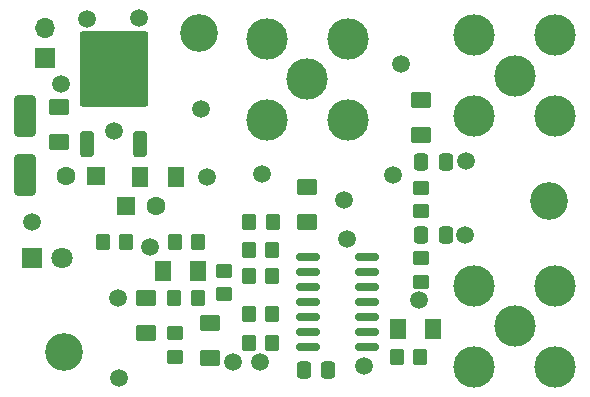
<source format=gbr>
%TF.GenerationSoftware,KiCad,Pcbnew,8.0.4-8.0.4-0~ubuntu22.04.1*%
%TF.CreationDate,2024-08-24T10:10:09-03:00*%
%TF.ProjectId,demodulador_sicom,64656d6f-6475-46c6-9164-6f725f736963,rev?*%
%TF.SameCoordinates,Original*%
%TF.FileFunction,Soldermask,Top*%
%TF.FilePolarity,Negative*%
%FSLAX46Y46*%
G04 Gerber Fmt 4.6, Leading zero omitted, Abs format (unit mm)*
G04 Created by KiCad (PCBNEW 8.0.4-8.0.4-0~ubuntu22.04.1) date 2024-08-24 10:10:09*
%MOMM*%
%LPD*%
G01*
G04 APERTURE LIST*
G04 Aperture macros list*
%AMRoundRect*
0 Rectangle with rounded corners*
0 $1 Rounding radius*
0 $2 $3 $4 $5 $6 $7 $8 $9 X,Y pos of 4 corners*
0 Add a 4 corners polygon primitive as box body*
4,1,4,$2,$3,$4,$5,$6,$7,$8,$9,$2,$3,0*
0 Add four circle primitives for the rounded corners*
1,1,$1+$1,$2,$3*
1,1,$1+$1,$4,$5*
1,1,$1+$1,$6,$7*
1,1,$1+$1,$8,$9*
0 Add four rect primitives between the rounded corners*
20,1,$1+$1,$2,$3,$4,$5,0*
20,1,$1+$1,$4,$5,$6,$7,0*
20,1,$1+$1,$6,$7,$8,$9,0*
20,1,$1+$1,$8,$9,$2,$3,0*%
G04 Aperture macros list end*
%ADD10C,3.500000*%
%ADD11C,3.200000*%
%ADD12C,1.500000*%
%ADD13RoundRect,0.250000X0.350000X0.450000X-0.350000X0.450000X-0.350000X-0.450000X0.350000X-0.450000X0*%
%ADD14RoundRect,0.250000X0.450000X-0.350000X0.450000X0.350000X-0.450000X0.350000X-0.450000X-0.350000X0*%
%ADD15RoundRect,0.250000X-0.350000X-0.450000X0.350000X-0.450000X0.350000X0.450000X-0.350000X0.450000X0*%
%ADD16RoundRect,0.250001X0.624999X-0.462499X0.624999X0.462499X-0.624999X0.462499X-0.624999X-0.462499X0*%
%ADD17RoundRect,0.250001X0.462499X0.624999X-0.462499X0.624999X-0.462499X-0.624999X0.462499X-0.624999X0*%
%ADD18RoundRect,0.250000X-0.337500X-0.475000X0.337500X-0.475000X0.337500X0.475000X-0.337500X0.475000X0*%
%ADD19RoundRect,0.250000X0.650000X-1.500000X0.650000X1.500000X-0.650000X1.500000X-0.650000X-1.500000X0*%
%ADD20RoundRect,0.250001X-0.462499X-0.624999X0.462499X-0.624999X0.462499X0.624999X-0.462499X0.624999X0*%
%ADD21RoundRect,0.250001X-0.624999X0.462499X-0.624999X-0.462499X0.624999X-0.462499X0.624999X0.462499X0*%
%ADD22RoundRect,0.250000X-0.450000X0.350000X-0.450000X-0.350000X0.450000X-0.350000X0.450000X0.350000X0*%
%ADD23RoundRect,0.250000X0.350000X-0.850000X0.350000X0.850000X-0.350000X0.850000X-0.350000X-0.850000X0*%
%ADD24RoundRect,0.249997X2.650003X-2.950003X2.650003X2.950003X-2.650003X2.950003X-2.650003X-2.950003X0*%
%ADD25RoundRect,0.150000X-0.825000X-0.150000X0.825000X-0.150000X0.825000X0.150000X-0.825000X0.150000X0*%
%ADD26R,1.700000X1.700000*%
%ADD27O,1.700000X1.700000*%
%ADD28R,1.800000X1.800000*%
%ADD29C,1.800000*%
%ADD30R,1.600000X1.600000*%
%ADD31C,1.600000*%
G04 APERTURE END LIST*
D10*
%TO.C,J4*%
X162920000Y-96280000D03*
X166360000Y-92840000D03*
X166360000Y-99720000D03*
X159480000Y-92840000D03*
X159480000Y-99720000D03*
%TD*%
%TO.C,J3*%
X180500000Y-117200000D03*
X183940000Y-113760000D03*
X183940000Y-120640000D03*
X177060000Y-113760000D03*
X177060000Y-120640000D03*
%TD*%
%TO.C,J2*%
X180500000Y-96000000D03*
X183940000Y-92560000D03*
X183940000Y-99440000D03*
X177060000Y-92560000D03*
X177060000Y-99440000D03*
%TD*%
D11*
%TO.C,H3*%
X183350000Y-106600000D03*
%TD*%
D12*
%TO.C,H4*%
X156600000Y-120200000D03*
%TD*%
%TO.C,H5*%
X172400000Y-115000000D03*
%TD*%
D13*
%TO.C,R7*%
X153675000Y-114812500D03*
X151675000Y-114812500D03*
%TD*%
D14*
%TO.C,R8*%
X151700000Y-119812500D03*
X151700000Y-117812500D03*
%TD*%
D13*
%TO.C,R3*%
X172495000Y-119780000D03*
X170495000Y-119780000D03*
%TD*%
D12*
%TO.C,H4*%
X170200000Y-104400000D03*
%TD*%
%TO.C,H4*%
X167700000Y-120600000D03*
%TD*%
D15*
%TO.C,R13*%
X157975000Y-110737500D03*
X159975000Y-110737500D03*
%TD*%
D12*
%TO.C,H4*%
X148700000Y-91100000D03*
%TD*%
%TO.C,H4*%
X166300000Y-109800000D03*
%TD*%
D16*
%TO.C,C5*%
X149250000Y-117812500D03*
X149250000Y-114837500D03*
%TD*%
D12*
%TO.C,H4*%
X149600000Y-110500000D03*
%TD*%
%TO.C,H4*%
X153900000Y-98800000D03*
%TD*%
D17*
%TO.C,C10*%
X173570000Y-117455000D03*
X170595000Y-117455000D03*
%TD*%
D12*
%TO.C,H4*%
X166000000Y-106500000D03*
%TD*%
D16*
%TO.C,C11*%
X162900000Y-108387500D03*
X162900000Y-105412500D03*
%TD*%
D11*
%TO.C,H2*%
X153800000Y-92350000D03*
%TD*%
D18*
%TO.C,C8*%
X172595000Y-103255000D03*
X174670000Y-103255000D03*
%TD*%
D19*
%TO.C,D2*%
X139000000Y-104400000D03*
X139000000Y-99400000D03*
%TD*%
D14*
%TO.C,R11*%
X172595000Y-107455000D03*
X172595000Y-105455000D03*
%TD*%
D15*
%TO.C,R5*%
X158000000Y-108400000D03*
X160000000Y-108400000D03*
%TD*%
D17*
%TO.C,C4*%
X153700000Y-112487500D03*
X150725000Y-112487500D03*
%TD*%
D20*
%TO.C,C3*%
X148800000Y-104600000D03*
X151775000Y-104600000D03*
%TD*%
D21*
%TO.C,C1*%
X154700000Y-116912500D03*
X154700000Y-119887500D03*
%TD*%
D12*
%TO.C,H4*%
X146600000Y-100700000D03*
%TD*%
D18*
%TO.C,C7*%
X172595000Y-109455000D03*
X174670000Y-109455000D03*
%TD*%
D13*
%TO.C,R1*%
X147600000Y-110050000D03*
X145600000Y-110050000D03*
%TD*%
D12*
%TO.C,H4*%
X176300000Y-109500000D03*
%TD*%
D15*
%TO.C,R6*%
X151700000Y-110062500D03*
X153700000Y-110062500D03*
%TD*%
D18*
%TO.C,C6*%
X162645000Y-120930000D03*
X164720000Y-120930000D03*
%TD*%
D15*
%TO.C,R10*%
X157975000Y-116162500D03*
X159975000Y-116162500D03*
%TD*%
D16*
%TO.C,C2*%
X141900000Y-101587500D03*
X141900000Y-98612500D03*
%TD*%
D12*
%TO.C,H5*%
X158900000Y-120200000D03*
%TD*%
D16*
%TO.C,C9*%
X172595000Y-101042500D03*
X172595000Y-98067500D03*
%TD*%
D12*
%TO.C,H4*%
X147000000Y-121600000D03*
%TD*%
%TO.C,H4*%
X154400000Y-104600000D03*
%TD*%
%TO.C,H4*%
X142100000Y-96700000D03*
%TD*%
%TO.C,H4*%
X176400000Y-103200000D03*
%TD*%
%TO.C,H5*%
X146900000Y-114800000D03*
%TD*%
D22*
%TO.C,R4*%
X155900000Y-112487500D03*
X155900000Y-114487500D03*
%TD*%
D12*
%TO.C,H4*%
X144300000Y-91200000D03*
%TD*%
D14*
%TO.C,R12*%
X172595000Y-113455000D03*
X172595000Y-111455000D03*
%TD*%
D11*
%TO.C,H1*%
X142300000Y-119400000D03*
%TD*%
D12*
%TO.C,H4*%
X170900000Y-95000000D03*
%TD*%
D23*
%TO.C,U2*%
X144245000Y-101750000D03*
D24*
X146525000Y-95450000D03*
D23*
X148805000Y-101750000D03*
%TD*%
D12*
%TO.C,H4*%
X139600000Y-108400000D03*
%TD*%
D15*
%TO.C,R2*%
X157975000Y-112937500D03*
X159975000Y-112937500D03*
%TD*%
%TO.C,R9*%
X157975000Y-118587500D03*
X159975000Y-118587500D03*
%TD*%
D25*
%TO.C,U1*%
X162995000Y-111320000D03*
X162995000Y-112590000D03*
X162995000Y-113860000D03*
X162995000Y-115130000D03*
X162995000Y-116400000D03*
X162995000Y-117670000D03*
X162995000Y-118940000D03*
X167945000Y-118940000D03*
X167945000Y-117670000D03*
X167945000Y-116400000D03*
X167945000Y-115130000D03*
X167945000Y-113860000D03*
X167945000Y-112590000D03*
X167945000Y-111320000D03*
%TD*%
D12*
%TO.C,H4*%
X159100000Y-104300000D03*
%TD*%
D26*
%TO.C,J1*%
X140700000Y-94500000D03*
D27*
X140700000Y-91960000D03*
%TD*%
D28*
%TO.C,D1*%
X139600000Y-111400000D03*
D29*
X142140000Y-111400000D03*
%TD*%
D30*
%TO.C,C13*%
X145000000Y-104500000D03*
D31*
X142500000Y-104500000D03*
%TD*%
D30*
%TO.C,C12*%
X147594888Y-107000000D03*
D31*
X150094888Y-107000000D03*
%TD*%
M02*

</source>
